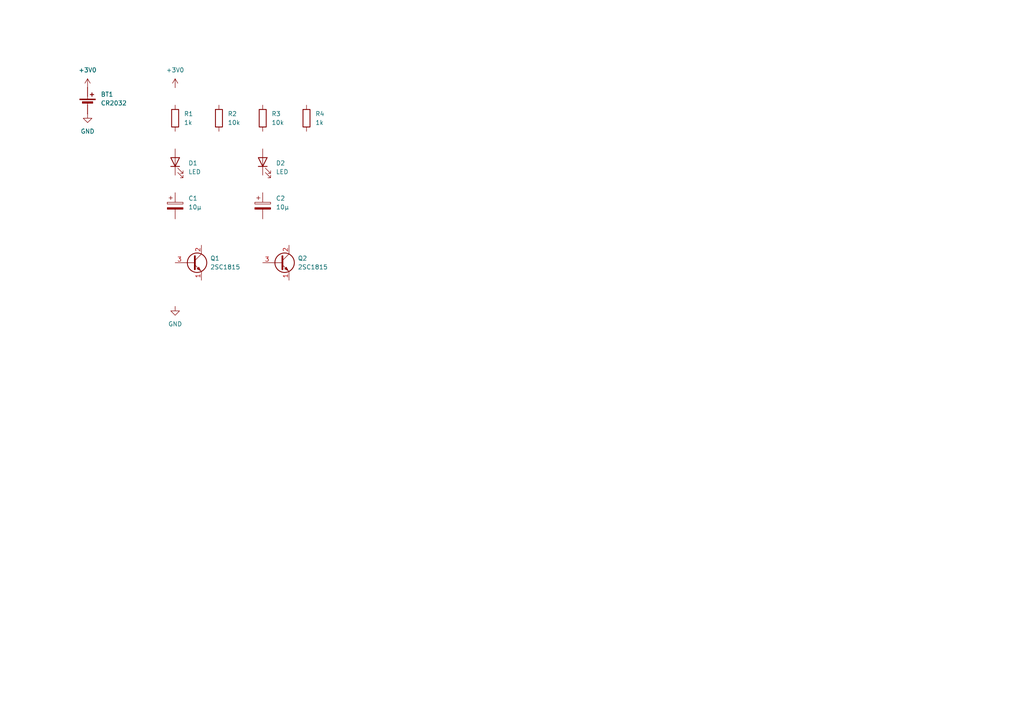
<source format=kicad_sch>
(kicad_sch
	(version 20250114)
	(generator "eeschema")
	(generator_version "9.0")
	(uuid "c8f4493d-6186-4145-b64f-03fce8362078")
	(paper "A4")
	(lib_symbols
		(symbol "Device:Battery_Cell"
			(pin_numbers
				(hide yes)
			)
			(pin_names
				(offset 0)
				(hide yes)
			)
			(exclude_from_sim no)
			(in_bom yes)
			(on_board yes)
			(property "Reference" "BT"
				(at 2.54 2.54 0)
				(effects
					(font
						(size 1.27 1.27)
					)
					(justify left)
				)
			)
			(property "Value" "Battery_Cell"
				(at 2.54 0 0)
				(effects
					(font
						(size 1.27 1.27)
					)
					(justify left)
				)
			)
			(property "Footprint" ""
				(at 0 1.524 90)
				(effects
					(font
						(size 1.27 1.27)
					)
					(hide yes)
				)
			)
			(property "Datasheet" "~"
				(at 0 1.524 90)
				(effects
					(font
						(size 1.27 1.27)
					)
					(hide yes)
				)
			)
			(property "Description" "Single-cell battery"
				(at 0 0 0)
				(effects
					(font
						(size 1.27 1.27)
					)
					(hide yes)
				)
			)
			(property "ki_keywords" "battery cell"
				(at 0 0 0)
				(effects
					(font
						(size 1.27 1.27)
					)
					(hide yes)
				)
			)
			(symbol "Battery_Cell_0_1"
				(rectangle
					(start -2.286 1.778)
					(end 2.286 1.524)
					(stroke
						(width 0)
						(type default)
					)
					(fill
						(type outline)
					)
				)
				(rectangle
					(start -1.524 1.016)
					(end 1.524 0.508)
					(stroke
						(width 0)
						(type default)
					)
					(fill
						(type outline)
					)
				)
				(polyline
					(pts
						(xy 0 1.778) (xy 0 2.54)
					)
					(stroke
						(width 0)
						(type default)
					)
					(fill
						(type none)
					)
				)
				(polyline
					(pts
						(xy 0 0.762) (xy 0 0)
					)
					(stroke
						(width 0)
						(type default)
					)
					(fill
						(type none)
					)
				)
				(polyline
					(pts
						(xy 0.762 3.048) (xy 1.778 3.048)
					)
					(stroke
						(width 0.254)
						(type default)
					)
					(fill
						(type none)
					)
				)
				(polyline
					(pts
						(xy 1.27 3.556) (xy 1.27 2.54)
					)
					(stroke
						(width 0.254)
						(type default)
					)
					(fill
						(type none)
					)
				)
			)
			(symbol "Battery_Cell_1_1"
				(pin passive line
					(at 0 5.08 270)
					(length 2.54)
					(name "+"
						(effects
							(font
								(size 1.27 1.27)
							)
						)
					)
					(number "1"
						(effects
							(font
								(size 1.27 1.27)
							)
						)
					)
				)
				(pin passive line
					(at 0 -2.54 90)
					(length 2.54)
					(name "-"
						(effects
							(font
								(size 1.27 1.27)
							)
						)
					)
					(number "2"
						(effects
							(font
								(size 1.27 1.27)
							)
						)
					)
				)
			)
			(embedded_fonts no)
		)
		(symbol "Device:C_Polarized"
			(pin_numbers
				(hide yes)
			)
			(pin_names
				(offset 0.254)
			)
			(exclude_from_sim no)
			(in_bom yes)
			(on_board yes)
			(property "Reference" "C"
				(at 0.635 2.54 0)
				(effects
					(font
						(size 1.27 1.27)
					)
					(justify left)
				)
			)
			(property "Value" "C_Polarized"
				(at 0.635 -2.54 0)
				(effects
					(font
						(size 1.27 1.27)
					)
					(justify left)
				)
			)
			(property "Footprint" ""
				(at 0.9652 -3.81 0)
				(effects
					(font
						(size 1.27 1.27)
					)
					(hide yes)
				)
			)
			(property "Datasheet" "~"
				(at 0 0 0)
				(effects
					(font
						(size 1.27 1.27)
					)
					(hide yes)
				)
			)
			(property "Description" "Polarized capacitor"
				(at 0 0 0)
				(effects
					(font
						(size 1.27 1.27)
					)
					(hide yes)
				)
			)
			(property "ki_keywords" "cap capacitor"
				(at 0 0 0)
				(effects
					(font
						(size 1.27 1.27)
					)
					(hide yes)
				)
			)
			(property "ki_fp_filters" "CP_*"
				(at 0 0 0)
				(effects
					(font
						(size 1.27 1.27)
					)
					(hide yes)
				)
			)
			(symbol "C_Polarized_0_1"
				(rectangle
					(start -2.286 0.508)
					(end 2.286 1.016)
					(stroke
						(width 0)
						(type default)
					)
					(fill
						(type none)
					)
				)
				(polyline
					(pts
						(xy -1.778 2.286) (xy -0.762 2.286)
					)
					(stroke
						(width 0)
						(type default)
					)
					(fill
						(type none)
					)
				)
				(polyline
					(pts
						(xy -1.27 2.794) (xy -1.27 1.778)
					)
					(stroke
						(width 0)
						(type default)
					)
					(fill
						(type none)
					)
				)
				(rectangle
					(start 2.286 -0.508)
					(end -2.286 -1.016)
					(stroke
						(width 0)
						(type default)
					)
					(fill
						(type outline)
					)
				)
			)
			(symbol "C_Polarized_1_1"
				(pin passive line
					(at 0 3.81 270)
					(length 2.794)
					(name "~"
						(effects
							(font
								(size 1.27 1.27)
							)
						)
					)
					(number "1"
						(effects
							(font
								(size 1.27 1.27)
							)
						)
					)
				)
				(pin passive line
					(at 0 -3.81 90)
					(length 2.794)
					(name "~"
						(effects
							(font
								(size 1.27 1.27)
							)
						)
					)
					(number "2"
						(effects
							(font
								(size 1.27 1.27)
							)
						)
					)
				)
			)
			(embedded_fonts no)
		)
		(symbol "Device:LED"
			(pin_numbers
				(hide yes)
			)
			(pin_names
				(offset 1.016)
				(hide yes)
			)
			(exclude_from_sim no)
			(in_bom yes)
			(on_board yes)
			(property "Reference" "D"
				(at 0 2.54 0)
				(effects
					(font
						(size 1.27 1.27)
					)
				)
			)
			(property "Value" "LED"
				(at 0 -2.54 0)
				(effects
					(font
						(size 1.27 1.27)
					)
				)
			)
			(property "Footprint" ""
				(at 0 0 0)
				(effects
					(font
						(size 1.27 1.27)
					)
					(hide yes)
				)
			)
			(property "Datasheet" "~"
				(at 0 0 0)
				(effects
					(font
						(size 1.27 1.27)
					)
					(hide yes)
				)
			)
			(property "Description" "Light emitting diode"
				(at 0 0 0)
				(effects
					(font
						(size 1.27 1.27)
					)
					(hide yes)
				)
			)
			(property "Sim.Pins" "1=K 2=A"
				(at 0 0 0)
				(effects
					(font
						(size 1.27 1.27)
					)
					(hide yes)
				)
			)
			(property "ki_keywords" "LED diode"
				(at 0 0 0)
				(effects
					(font
						(size 1.27 1.27)
					)
					(hide yes)
				)
			)
			(property "ki_fp_filters" "LED* LED_SMD:* LED_THT:*"
				(at 0 0 0)
				(effects
					(font
						(size 1.27 1.27)
					)
					(hide yes)
				)
			)
			(symbol "LED_0_1"
				(polyline
					(pts
						(xy -3.048 -0.762) (xy -4.572 -2.286) (xy -3.81 -2.286) (xy -4.572 -2.286) (xy -4.572 -1.524)
					)
					(stroke
						(width 0)
						(type default)
					)
					(fill
						(type none)
					)
				)
				(polyline
					(pts
						(xy -1.778 -0.762) (xy -3.302 -2.286) (xy -2.54 -2.286) (xy -3.302 -2.286) (xy -3.302 -1.524)
					)
					(stroke
						(width 0)
						(type default)
					)
					(fill
						(type none)
					)
				)
				(polyline
					(pts
						(xy -1.27 0) (xy 1.27 0)
					)
					(stroke
						(width 0)
						(type default)
					)
					(fill
						(type none)
					)
				)
				(polyline
					(pts
						(xy -1.27 -1.27) (xy -1.27 1.27)
					)
					(stroke
						(width 0.254)
						(type default)
					)
					(fill
						(type none)
					)
				)
				(polyline
					(pts
						(xy 1.27 -1.27) (xy 1.27 1.27) (xy -1.27 0) (xy 1.27 -1.27)
					)
					(stroke
						(width 0.254)
						(type default)
					)
					(fill
						(type none)
					)
				)
			)
			(symbol "LED_1_1"
				(pin passive line
					(at -3.81 0 0)
					(length 2.54)
					(name "K"
						(effects
							(font
								(size 1.27 1.27)
							)
						)
					)
					(number "1"
						(effects
							(font
								(size 1.27 1.27)
							)
						)
					)
				)
				(pin passive line
					(at 3.81 0 180)
					(length 2.54)
					(name "A"
						(effects
							(font
								(size 1.27 1.27)
							)
						)
					)
					(number "2"
						(effects
							(font
								(size 1.27 1.27)
							)
						)
					)
				)
			)
			(embedded_fonts no)
		)
		(symbol "Device:R"
			(pin_numbers
				(hide yes)
			)
			(pin_names
				(offset 0)
			)
			(exclude_from_sim no)
			(in_bom yes)
			(on_board yes)
			(property "Reference" "R"
				(at 2.032 0 90)
				(effects
					(font
						(size 1.27 1.27)
					)
				)
			)
			(property "Value" "R"
				(at 0 0 90)
				(effects
					(font
						(size 1.27 1.27)
					)
				)
			)
			(property "Footprint" ""
				(at -1.778 0 90)
				(effects
					(font
						(size 1.27 1.27)
					)
					(hide yes)
				)
			)
			(property "Datasheet" "~"
				(at 0 0 0)
				(effects
					(font
						(size 1.27 1.27)
					)
					(hide yes)
				)
			)
			(property "Description" "Resistor"
				(at 0 0 0)
				(effects
					(font
						(size 1.27 1.27)
					)
					(hide yes)
				)
			)
			(property "ki_keywords" "R res resistor"
				(at 0 0 0)
				(effects
					(font
						(size 1.27 1.27)
					)
					(hide yes)
				)
			)
			(property "ki_fp_filters" "R_*"
				(at 0 0 0)
				(effects
					(font
						(size 1.27 1.27)
					)
					(hide yes)
				)
			)
			(symbol "R_0_1"
				(rectangle
					(start -1.016 -2.54)
					(end 1.016 2.54)
					(stroke
						(width 0.254)
						(type default)
					)
					(fill
						(type none)
					)
				)
			)
			(symbol "R_1_1"
				(pin passive line
					(at 0 3.81 270)
					(length 1.27)
					(name "~"
						(effects
							(font
								(size 1.27 1.27)
							)
						)
					)
					(number "1"
						(effects
							(font
								(size 1.27 1.27)
							)
						)
					)
				)
				(pin passive line
					(at 0 -3.81 90)
					(length 1.27)
					(name "~"
						(effects
							(font
								(size 1.27 1.27)
							)
						)
					)
					(number "2"
						(effects
							(font
								(size 1.27 1.27)
							)
						)
					)
				)
			)
			(embedded_fonts no)
		)
		(symbol "Transistor_BJT:2SC1815"
			(pin_names
				(offset 0)
				(hide yes)
			)
			(exclude_from_sim no)
			(in_bom yes)
			(on_board yes)
			(property "Reference" "Q"
				(at 5.08 1.905 0)
				(effects
					(font
						(size 1.27 1.27)
					)
					(justify left)
				)
			)
			(property "Value" "2SC1815"
				(at 5.08 0 0)
				(effects
					(font
						(size 1.27 1.27)
					)
					(justify left)
				)
			)
			(property "Footprint" "Package_TO_SOT_THT:TO-92_Inline"
				(at 5.08 -1.905 0)
				(effects
					(font
						(size 1.27 1.27)
						(italic yes)
					)
					(justify left)
					(hide yes)
				)
			)
			(property "Datasheet" "https://media.digikey.com/pdf/Data%20Sheets/Toshiba%20PDFs/2SC1815.pdf"
				(at 0 0 0)
				(effects
					(font
						(size 1.27 1.27)
					)
					(justify left)
					(hide yes)
				)
			)
			(property "Description" "0.15A Ic, 50V Vce, Low Noise Audio NPN Transistor, TO-92"
				(at 0 0 0)
				(effects
					(font
						(size 1.27 1.27)
					)
					(hide yes)
				)
			)
			(property "ki_keywords" "Low Noise Audio NPN Transistor"
				(at 0 0 0)
				(effects
					(font
						(size 1.27 1.27)
					)
					(hide yes)
				)
			)
			(property "ki_fp_filters" "TO?92*"
				(at 0 0 0)
				(effects
					(font
						(size 1.27 1.27)
					)
					(hide yes)
				)
			)
			(symbol "2SC1815_0_1"
				(polyline
					(pts
						(xy -2.54 0) (xy 0.635 0)
					)
					(stroke
						(width 0)
						(type default)
					)
					(fill
						(type none)
					)
				)
				(polyline
					(pts
						(xy 0.635 1.905) (xy 0.635 -1.905)
					)
					(stroke
						(width 0.508)
						(type default)
					)
					(fill
						(type none)
					)
				)
				(circle
					(center 1.27 0)
					(radius 2.8194)
					(stroke
						(width 0.254)
						(type default)
					)
					(fill
						(type none)
					)
				)
			)
			(symbol "2SC1815_1_1"
				(polyline
					(pts
						(xy 0.635 0.635) (xy 2.54 2.54)
					)
					(stroke
						(width 0)
						(type default)
					)
					(fill
						(type none)
					)
				)
				(polyline
					(pts
						(xy 0.635 -0.635) (xy 2.54 -2.54)
					)
					(stroke
						(width 0)
						(type default)
					)
					(fill
						(type none)
					)
				)
				(polyline
					(pts
						(xy 1.27 -1.778) (xy 1.778 -1.27) (xy 2.286 -2.286) (xy 1.27 -1.778)
					)
					(stroke
						(width 0)
						(type default)
					)
					(fill
						(type outline)
					)
				)
				(pin input line
					(at -5.08 0 0)
					(length 2.54)
					(name "B"
						(effects
							(font
								(size 1.27 1.27)
							)
						)
					)
					(number "3"
						(effects
							(font
								(size 1.27 1.27)
							)
						)
					)
				)
				(pin passive line
					(at 2.54 5.08 270)
					(length 2.54)
					(name "C"
						(effects
							(font
								(size 1.27 1.27)
							)
						)
					)
					(number "2"
						(effects
							(font
								(size 1.27 1.27)
							)
						)
					)
				)
				(pin passive line
					(at 2.54 -5.08 90)
					(length 2.54)
					(name "E"
						(effects
							(font
								(size 1.27 1.27)
							)
						)
					)
					(number "1"
						(effects
							(font
								(size 1.27 1.27)
							)
						)
					)
				)
			)
			(embedded_fonts no)
		)
		(symbol "power:+3V0"
			(power)
			(pin_numbers
				(hide yes)
			)
			(pin_names
				(offset 0)
				(hide yes)
			)
			(exclude_from_sim no)
			(in_bom yes)
			(on_board yes)
			(property "Reference" "#PWR"
				(at 0 -3.81 0)
				(effects
					(font
						(size 1.27 1.27)
					)
					(hide yes)
				)
			)
			(property "Value" "+3V0"
				(at 0 3.556 0)
				(effects
					(font
						(size 1.27 1.27)
					)
				)
			)
			(property "Footprint" ""
				(at 0 0 0)
				(effects
					(font
						(size 1.27 1.27)
					)
					(hide yes)
				)
			)
			(property "Datasheet" ""
				(at 0 0 0)
				(effects
					(font
						(size 1.27 1.27)
					)
					(hide yes)
				)
			)
			(property "Description" "Power symbol creates a global label with name \"+3V0\""
				(at 0 0 0)
				(effects
					(font
						(size 1.27 1.27)
					)
					(hide yes)
				)
			)
			(property "ki_keywords" "global power"
				(at 0 0 0)
				(effects
					(font
						(size 1.27 1.27)
					)
					(hide yes)
				)
			)
			(symbol "+3V0_0_1"
				(polyline
					(pts
						(xy -0.762 1.27) (xy 0 2.54)
					)
					(stroke
						(width 0)
						(type default)
					)
					(fill
						(type none)
					)
				)
				(polyline
					(pts
						(xy 0 2.54) (xy 0.762 1.27)
					)
					(stroke
						(width 0)
						(type default)
					)
					(fill
						(type none)
					)
				)
				(polyline
					(pts
						(xy 0 0) (xy 0 2.54)
					)
					(stroke
						(width 0)
						(type default)
					)
					(fill
						(type none)
					)
				)
			)
			(symbol "+3V0_1_1"
				(pin power_in line
					(at 0 0 90)
					(length 0)
					(name "~"
						(effects
							(font
								(size 1.27 1.27)
							)
						)
					)
					(number "1"
						(effects
							(font
								(size 1.27 1.27)
							)
						)
					)
				)
			)
			(embedded_fonts no)
		)
		(symbol "power:GND"
			(power)
			(pin_numbers
				(hide yes)
			)
			(pin_names
				(offset 0)
				(hide yes)
			)
			(exclude_from_sim no)
			(in_bom yes)
			(on_board yes)
			(property "Reference" "#PWR"
				(at 0 -6.35 0)
				(effects
					(font
						(size 1.27 1.27)
					)
					(hide yes)
				)
			)
			(property "Value" "GND"
				(at 0 -3.81 0)
				(effects
					(font
						(size 1.27 1.27)
					)
				)
			)
			(property "Footprint" ""
				(at 0 0 0)
				(effects
					(font
						(size 1.27 1.27)
					)
					(hide yes)
				)
			)
			(property "Datasheet" ""
				(at 0 0 0)
				(effects
					(font
						(size 1.27 1.27)
					)
					(hide yes)
				)
			)
			(property "Description" "Power symbol creates a global label with name \"GND\" , ground"
				(at 0 0 0)
				(effects
					(font
						(size 1.27 1.27)
					)
					(hide yes)
				)
			)
			(property "ki_keywords" "global power"
				(at 0 0 0)
				(effects
					(font
						(size 1.27 1.27)
					)
					(hide yes)
				)
			)
			(symbol "GND_0_1"
				(polyline
					(pts
						(xy 0 0) (xy 0 -1.27) (xy 1.27 -1.27) (xy 0 -2.54) (xy -1.27 -1.27) (xy 0 -1.27)
					)
					(stroke
						(width 0)
						(type default)
					)
					(fill
						(type none)
					)
				)
			)
			(symbol "GND_1_1"
				(pin power_in line
					(at 0 0 270)
					(length 0)
					(name "~"
						(effects
							(font
								(size 1.27 1.27)
							)
						)
					)
					(number "1"
						(effects
							(font
								(size 1.27 1.27)
							)
						)
					)
				)
			)
			(embedded_fonts no)
		)
	)
	(symbol
		(lib_id "power:GND")
		(at 25.4 33.02 0)
		(unit 1)
		(exclude_from_sim no)
		(in_bom yes)
		(on_board yes)
		(dnp no)
		(fields_autoplaced yes)
		(uuid "0a71fd40-e7ba-48c7-a576-9712c27727ed")
		(property "Reference" "#PWR02"
			(at 25.4 39.37 0)
			(effects
				(font
					(size 1.27 1.27)
				)
				(hide yes)
			)
		)
		(property "Value" "GND"
			(at 25.4 38.1 0)
			(effects
				(font
					(size 1.27 1.27)
				)
			)
		)
		(property "Footprint" ""
			(at 25.4 33.02 0)
			(effects
				(font
					(size 1.27 1.27)
				)
				(hide yes)
			)
		)
		(property "Datasheet" ""
			(at 25.4 33.02 0)
			(effects
				(font
					(size 1.27 1.27)
				)
				(hide yes)
			)
		)
		(property "Description" "Power symbol creates a global label with name \"GND\" , ground"
			(at 25.4 33.02 0)
			(effects
				(font
					(size 1.27 1.27)
				)
				(hide yes)
			)
		)
		(pin "1"
			(uuid "831644d0-25d2-4f0a-9f6a-1c73a5457658")
		)
		(instances
			(project ""
				(path "/c8f4493d-6186-4145-b64f-03fce8362078"
					(reference "#PWR02")
					(unit 1)
				)
			)
		)
	)
	(symbol
		(lib_id "Device:LED")
		(at 76.2 46.99 90)
		(unit 1)
		(exclude_from_sim no)
		(in_bom yes)
		(on_board yes)
		(dnp no)
		(fields_autoplaced yes)
		(uuid "0f496c82-f112-44bc-8c93-f846c251fede")
		(property "Reference" "D2"
			(at 80.01 47.3074 90)
			(effects
				(font
					(size 1.27 1.27)
				)
				(justify right)
			)
		)
		(property "Value" "LED"
			(at 80.01 49.8474 90)
			(effects
				(font
					(size 1.27 1.27)
				)
				(justify right)
			)
		)
		(property "Footprint" ""
			(at 76.2 46.99 0)
			(effects
				(font
					(size 1.27 1.27)
				)
				(hide yes)
			)
		)
		(property "Datasheet" "~"
			(at 76.2 46.99 0)
			(effects
				(font
					(size 1.27 1.27)
				)
				(hide yes)
			)
		)
		(property "Description" "Light emitting diode"
			(at 76.2 46.99 0)
			(effects
				(font
					(size 1.27 1.27)
				)
				(hide yes)
			)
		)
		(property "Sim.Pins" "1=K 2=A"
			(at 76.2 46.99 0)
			(effects
				(font
					(size 1.27 1.27)
				)
				(hide yes)
			)
		)
		(pin "2"
			(uuid "4ab365cf-c106-4be8-9c16-ad5fd65af0de")
		)
		(pin "1"
			(uuid "b8ca2514-8e6e-4764-8ae4-e3623caf0545")
		)
		(instances
			(project "PCB_AstMul"
				(path "/c8f4493d-6186-4145-b64f-03fce8362078"
					(reference "D2")
					(unit 1)
				)
			)
		)
	)
	(symbol
		(lib_id "Device:R")
		(at 63.5 34.29 0)
		(unit 1)
		(exclude_from_sim no)
		(in_bom yes)
		(on_board yes)
		(dnp no)
		(fields_autoplaced yes)
		(uuid "12b191a7-82d1-446e-b0ad-41efc854dbd3")
		(property "Reference" "R2"
			(at 66.04 33.0199 0)
			(effects
				(font
					(size 1.27 1.27)
				)
				(justify left)
			)
		)
		(property "Value" "10k"
			(at 66.04 35.5599 0)
			(effects
				(font
					(size 1.27 1.27)
				)
				(justify left)
			)
		)
		(property "Footprint" ""
			(at 61.722 34.29 90)
			(effects
				(font
					(size 1.27 1.27)
				)
				(hide yes)
			)
		)
		(property "Datasheet" "~"
			(at 63.5 34.29 0)
			(effects
				(font
					(size 1.27 1.27)
				)
				(hide yes)
			)
		)
		(property "Description" "Resistor"
			(at 63.5 34.29 0)
			(effects
				(font
					(size 1.27 1.27)
				)
				(hide yes)
			)
		)
		(pin "1"
			(uuid "b752e00b-8ca0-4706-8678-03b70398a4c6")
		)
		(pin "2"
			(uuid "13909983-9ab9-4ab1-af46-9406a6476e15")
		)
		(instances
			(project ""
				(path "/c8f4493d-6186-4145-b64f-03fce8362078"
					(reference "R2")
					(unit 1)
				)
			)
		)
	)
	(symbol
		(lib_id "power:+3V0")
		(at 25.4 25.4 0)
		(unit 1)
		(exclude_from_sim no)
		(in_bom yes)
		(on_board yes)
		(dnp no)
		(fields_autoplaced yes)
		(uuid "44857223-00c9-47c4-8be0-ee56612419f0")
		(property "Reference" "#PWR01"
			(at 25.4 29.21 0)
			(effects
				(font
					(size 1.27 1.27)
				)
				(hide yes)
			)
		)
		(property "Value" "+3V0"
			(at 25.4 20.32 0)
			(effects
				(font
					(size 1.27 1.27)
				)
			)
		)
		(property "Footprint" ""
			(at 25.4 25.4 0)
			(effects
				(font
					(size 1.27 1.27)
				)
				(hide yes)
			)
		)
		(property "Datasheet" ""
			(at 25.4 25.4 0)
			(effects
				(font
					(size 1.27 1.27)
				)
				(hide yes)
			)
		)
		(property "Description" "Power symbol creates a global label with name \"+3V0\""
			(at 25.4 25.4 0)
			(effects
				(font
					(size 1.27 1.27)
				)
				(hide yes)
			)
		)
		(pin "1"
			(uuid "1fa3f5c4-0017-4d48-996a-67f852fe68bf")
		)
		(instances
			(project ""
				(path "/c8f4493d-6186-4145-b64f-03fce8362078"
					(reference "#PWR01")
					(unit 1)
				)
			)
		)
	)
	(symbol
		(lib_id "Transistor_BJT:2SC1815")
		(at 81.28 76.2 0)
		(unit 1)
		(exclude_from_sim no)
		(in_bom yes)
		(on_board yes)
		(dnp no)
		(fields_autoplaced yes)
		(uuid "4e54f0f8-aa5b-43a6-a769-673fc4bdf160")
		(property "Reference" "Q2"
			(at 86.36 74.9299 0)
			(effects
				(font
					(size 1.27 1.27)
				)
				(justify left)
			)
		)
		(property "Value" "2SC1815"
			(at 86.36 77.4699 0)
			(effects
				(font
					(size 1.27 1.27)
				)
				(justify left)
			)
		)
		(property "Footprint" "Package_TO_SOT_THT:TO-92_Inline"
			(at 86.36 78.105 0)
			(effects
				(font
					(size 1.27 1.27)
					(italic yes)
				)
				(justify left)
				(hide yes)
			)
		)
		(property "Datasheet" "https://media.digikey.com/pdf/Data%20Sheets/Toshiba%20PDFs/2SC1815.pdf"
			(at 81.28 76.2 0)
			(effects
				(font
					(size 1.27 1.27)
				)
				(justify left)
				(hide yes)
			)
		)
		(property "Description" "0.15A Ic, 50V Vce, Low Noise Audio NPN Transistor, TO-92"
			(at 81.28 76.2 0)
			(effects
				(font
					(size 1.27 1.27)
				)
				(hide yes)
			)
		)
		(pin "1"
			(uuid "c6faef6c-7314-48c7-9631-0b1de370f7f8")
		)
		(pin "3"
			(uuid "885bc8e1-1f22-4c53-95b8-604a500949b5")
		)
		(pin "2"
			(uuid "fb3d8bc7-fe18-43ca-b517-654b99fadeb6")
		)
		(instances
			(project ""
				(path "/c8f4493d-6186-4145-b64f-03fce8362078"
					(reference "Q2")
					(unit 1)
				)
			)
		)
	)
	(symbol
		(lib_id "Device:Battery_Cell")
		(at 25.4 30.48 0)
		(unit 1)
		(exclude_from_sim no)
		(in_bom yes)
		(on_board yes)
		(dnp no)
		(fields_autoplaced yes)
		(uuid "9118f270-3921-4a42-b340-6378b3a77c57")
		(property "Reference" "BT1"
			(at 29.21 27.3684 0)
			(effects
				(font
					(size 1.27 1.27)
				)
				(justify left)
			)
		)
		(property "Value" "CR2032"
			(at 29.21 29.9084 0)
			(effects
				(font
					(size 1.27 1.27)
				)
				(justify left)
			)
		)
		(property "Footprint" ""
			(at 25.4 28.956 90)
			(effects
				(font
					(size 1.27 1.27)
				)
				(hide yes)
			)
		)
		(property "Datasheet" "~"
			(at 25.4 28.956 90)
			(effects
				(font
					(size 1.27 1.27)
				)
				(hide yes)
			)
		)
		(property "Description" "Single-cell battery"
			(at 25.4 30.48 0)
			(effects
				(font
					(size 1.27 1.27)
				)
				(hide yes)
			)
		)
		(pin "2"
			(uuid "8e67c615-0733-4acb-8d6c-1435445c02f8")
		)
		(pin "1"
			(uuid "c24c1b87-cb39-46c6-9541-b90ddcc5dea5")
		)
		(instances
			(project ""
				(path "/c8f4493d-6186-4145-b64f-03fce8362078"
					(reference "BT1")
					(unit 1)
				)
			)
		)
	)
	(symbol
		(lib_id "power:GND")
		(at 50.8 88.9 0)
		(unit 1)
		(exclude_from_sim no)
		(in_bom yes)
		(on_board yes)
		(dnp no)
		(fields_autoplaced yes)
		(uuid "95948e48-cf04-4d73-b691-6ff971e4e150")
		(property "Reference" "#PWR04"
			(at 50.8 95.25 0)
			(effects
				(font
					(size 1.27 1.27)
				)
				(hide yes)
			)
		)
		(property "Value" "GND"
			(at 50.8 93.98 0)
			(effects
				(font
					(size 1.27 1.27)
				)
			)
		)
		(property "Footprint" ""
			(at 50.8 88.9 0)
			(effects
				(font
					(size 1.27 1.27)
				)
				(hide yes)
			)
		)
		(property "Datasheet" ""
			(at 50.8 88.9 0)
			(effects
				(font
					(size 1.27 1.27)
				)
				(hide yes)
			)
		)
		(property "Description" "Power symbol creates a global label with name \"GND\" , ground"
			(at 50.8 88.9 0)
			(effects
				(font
					(size 1.27 1.27)
				)
				(hide yes)
			)
		)
		(pin "1"
			(uuid "6f7e34e8-1876-40e5-aef7-7dac44ac53c6")
		)
		(instances
			(project ""
				(path "/c8f4493d-6186-4145-b64f-03fce8362078"
					(reference "#PWR04")
					(unit 1)
				)
			)
		)
	)
	(symbol
		(lib_id "Device:C_Polarized")
		(at 76.2 59.69 0)
		(unit 1)
		(exclude_from_sim no)
		(in_bom yes)
		(on_board yes)
		(dnp no)
		(fields_autoplaced yes)
		(uuid "b6001719-a7f5-4da7-8b69-5bd23235cddd")
		(property "Reference" "C2"
			(at 80.01 57.5309 0)
			(effects
				(font
					(size 1.27 1.27)
				)
				(justify left)
			)
		)
		(property "Value" "10μ"
			(at 80.01 60.0709 0)
			(effects
				(font
					(size 1.27 1.27)
				)
				(justify left)
			)
		)
		(property "Footprint" ""
			(at 77.1652 63.5 0)
			(effects
				(font
					(size 1.27 1.27)
				)
				(hide yes)
			)
		)
		(property "Datasheet" "~"
			(at 76.2 59.69 0)
			(effects
				(font
					(size 1.27 1.27)
				)
				(hide yes)
			)
		)
		(property "Description" "Polarized capacitor"
			(at 76.2 59.69 0)
			(effects
				(font
					(size 1.27 1.27)
				)
				(hide yes)
			)
		)
		(pin "1"
			(uuid "40433a4a-767d-40a7-9514-585727c01ed1")
		)
		(pin "2"
			(uuid "728be9ae-1368-424c-a036-9d9755ff14b2")
		)
		(instances
			(project ""
				(path "/c8f4493d-6186-4145-b64f-03fce8362078"
					(reference "C2")
					(unit 1)
				)
			)
		)
	)
	(symbol
		(lib_id "Device:R")
		(at 88.9 34.29 0)
		(unit 1)
		(exclude_from_sim no)
		(in_bom yes)
		(on_board yes)
		(dnp no)
		(fields_autoplaced yes)
		(uuid "c59d162e-70c6-451e-b690-b1dc022fc294")
		(property "Reference" "R4"
			(at 91.44 33.0199 0)
			(effects
				(font
					(size 1.27 1.27)
				)
				(justify left)
			)
		)
		(property "Value" "1k"
			(at 91.44 35.5599 0)
			(effects
				(font
					(size 1.27 1.27)
				)
				(justify left)
			)
		)
		(property "Footprint" ""
			(at 87.122 34.29 90)
			(effects
				(font
					(size 1.27 1.27)
				)
				(hide yes)
			)
		)
		(property "Datasheet" "~"
			(at 88.9 34.29 0)
			(effects
				(font
					(size 1.27 1.27)
				)
				(hide yes)
			)
		)
		(property "Description" "Resistor"
			(at 88.9 34.29 0)
			(effects
				(font
					(size 1.27 1.27)
				)
				(hide yes)
			)
		)
		(pin "2"
			(uuid "636416e0-c474-446c-adb6-88bd0637badd")
		)
		(pin "1"
			(uuid "25f8b2aa-5711-4807-a835-73eb98df0edb")
		)
		(instances
			(project ""
				(path "/c8f4493d-6186-4145-b64f-03fce8362078"
					(reference "R4")
					(unit 1)
				)
			)
		)
	)
	(symbol
		(lib_id "Device:LED")
		(at 50.8 46.99 90)
		(unit 1)
		(exclude_from_sim no)
		(in_bom yes)
		(on_board yes)
		(dnp no)
		(fields_autoplaced yes)
		(uuid "ca3e9301-2309-4238-b5e8-b74c8885391e")
		(property "Reference" "D1"
			(at 54.61 47.3074 90)
			(effects
				(font
					(size 1.27 1.27)
				)
				(justify right)
			)
		)
		(property "Value" "LED"
			(at 54.61 49.8474 90)
			(effects
				(font
					(size 1.27 1.27)
				)
				(justify right)
			)
		)
		(property "Footprint" ""
			(at 50.8 46.99 0)
			(effects
				(font
					(size 1.27 1.27)
				)
				(hide yes)
			)
		)
		(property "Datasheet" "~"
			(at 50.8 46.99 0)
			(effects
				(font
					(size 1.27 1.27)
				)
				(hide yes)
			)
		)
		(property "Description" "Light emitting diode"
			(at 50.8 46.99 0)
			(effects
				(font
					(size 1.27 1.27)
				)
				(hide yes)
			)
		)
		(property "Sim.Pins" "1=K 2=A"
			(at 50.8 46.99 0)
			(effects
				(font
					(size 1.27 1.27)
				)
				(hide yes)
			)
		)
		(pin "2"
			(uuid "e9fc20ee-d941-4925-a281-6f6659915b70")
		)
		(pin "1"
			(uuid "795ac71f-6dd3-4b18-9385-e8118f7d464d")
		)
		(instances
			(project ""
				(path "/c8f4493d-6186-4145-b64f-03fce8362078"
					(reference "D1")
					(unit 1)
				)
			)
		)
	)
	(symbol
		(lib_id "power:+3V0")
		(at 50.8 25.4 0)
		(unit 1)
		(exclude_from_sim no)
		(in_bom yes)
		(on_board yes)
		(dnp no)
		(fields_autoplaced yes)
		(uuid "d08cf53c-af5d-430b-81f3-5729be24c3d1")
		(property "Reference" "#PWR03"
			(at 50.8 29.21 0)
			(effects
				(font
					(size 1.27 1.27)
				)
				(hide yes)
			)
		)
		(property "Value" "+3V0"
			(at 50.8 20.32 0)
			(effects
				(font
					(size 1.27 1.27)
				)
			)
		)
		(property "Footprint" ""
			(at 50.8 25.4 0)
			(effects
				(font
					(size 1.27 1.27)
				)
				(hide yes)
			)
		)
		(property "Datasheet" ""
			(at 50.8 25.4 0)
			(effects
				(font
					(size 1.27 1.27)
				)
				(hide yes)
			)
		)
		(property "Description" "Power symbol creates a global label with name \"+3V0\""
			(at 50.8 25.4 0)
			(effects
				(font
					(size 1.27 1.27)
				)
				(hide yes)
			)
		)
		(pin "1"
			(uuid "9e3af6d1-7a9e-43f4-bedc-5ea0713be664")
		)
		(instances
			(project ""
				(path "/c8f4493d-6186-4145-b64f-03fce8362078"
					(reference "#PWR03")
					(unit 1)
				)
			)
		)
	)
	(symbol
		(lib_id "Device:R")
		(at 76.2 34.29 0)
		(unit 1)
		(exclude_from_sim no)
		(in_bom yes)
		(on_board yes)
		(dnp no)
		(fields_autoplaced yes)
		(uuid "d360008b-e653-4a34-bea9-9d54f50053f8")
		(property "Reference" "R3"
			(at 78.74 33.0199 0)
			(effects
				(font
					(size 1.27 1.27)
				)
				(justify left)
			)
		)
		(property "Value" "10k"
			(at 78.74 35.5599 0)
			(effects
				(font
					(size 1.27 1.27)
				)
				(justify left)
			)
		)
		(property "Footprint" ""
			(at 74.422 34.29 90)
			(effects
				(font
					(size 1.27 1.27)
				)
				(hide yes)
			)
		)
		(property "Datasheet" "~"
			(at 76.2 34.29 0)
			(effects
				(font
					(size 1.27 1.27)
				)
				(hide yes)
			)
		)
		(property "Description" "Resistor"
			(at 76.2 34.29 0)
			(effects
				(font
					(size 1.27 1.27)
				)
				(hide yes)
			)
		)
		(pin "2"
			(uuid "2dbffbc4-6c20-463f-8855-93ce56c8c859")
		)
		(pin "1"
			(uuid "050dad2e-3247-4fb0-9cdc-fe265fb3563b")
		)
		(instances
			(project ""
				(path "/c8f4493d-6186-4145-b64f-03fce8362078"
					(reference "R3")
					(unit 1)
				)
			)
		)
	)
	(symbol
		(lib_id "Device:C_Polarized")
		(at 50.8 59.69 0)
		(unit 1)
		(exclude_from_sim no)
		(in_bom yes)
		(on_board yes)
		(dnp no)
		(fields_autoplaced yes)
		(uuid "d3967f4f-7041-4327-9378-fe8fedaf35aa")
		(property "Reference" "C1"
			(at 54.61 57.5309 0)
			(effects
				(font
					(size 1.27 1.27)
				)
				(justify left)
			)
		)
		(property "Value" "10μ"
			(at 54.61 60.0709 0)
			(effects
				(font
					(size 1.27 1.27)
				)
				(justify left)
			)
		)
		(property "Footprint" ""
			(at 51.7652 63.5 0)
			(effects
				(font
					(size 1.27 1.27)
				)
				(hide yes)
			)
		)
		(property "Datasheet" "~"
			(at 50.8 59.69 0)
			(effects
				(font
					(size 1.27 1.27)
				)
				(hide yes)
			)
		)
		(property "Description" "Polarized capacitor"
			(at 50.8 59.69 0)
			(effects
				(font
					(size 1.27 1.27)
				)
				(hide yes)
			)
		)
		(pin "1"
			(uuid "6de73dbf-de1f-482d-9f01-27a370a2508a")
		)
		(pin "2"
			(uuid "d21f9be5-6aeb-428f-b7a6-69d61823cad1")
		)
		(instances
			(project ""
				(path "/c8f4493d-6186-4145-b64f-03fce8362078"
					(reference "C1")
					(unit 1)
				)
			)
		)
	)
	(symbol
		(lib_id "Device:R")
		(at 50.8 34.29 0)
		(unit 1)
		(exclude_from_sim no)
		(in_bom yes)
		(on_board yes)
		(dnp no)
		(fields_autoplaced yes)
		(uuid "d7e7fe1f-e86e-4318-941f-5d947fde7da8")
		(property "Reference" "R1"
			(at 53.34 33.0199 0)
			(effects
				(font
					(size 1.27 1.27)
				)
				(justify left)
			)
		)
		(property "Value" "1k"
			(at 53.34 35.5599 0)
			(effects
				(font
					(size 1.27 1.27)
				)
				(justify left)
			)
		)
		(property "Footprint" ""
			(at 49.022 34.29 90)
			(effects
				(font
					(size 1.27 1.27)
				)
				(hide yes)
			)
		)
		(property "Datasheet" "~"
			(at 50.8 34.29 0)
			(effects
				(font
					(size 1.27 1.27)
				)
				(hide yes)
			)
		)
		(property "Description" "Resistor"
			(at 50.8 34.29 0)
			(effects
				(font
					(size 1.27 1.27)
				)
				(hide yes)
			)
		)
		(pin "2"
			(uuid "4028bd9f-b5ac-4aa2-8c40-2bedebf4c2b4")
		)
		(pin "1"
			(uuid "daa7ac79-9d0f-4087-aa6c-4ee64d657498")
		)
		(instances
			(project ""
				(path "/c8f4493d-6186-4145-b64f-03fce8362078"
					(reference "R1")
					(unit 1)
				)
			)
		)
	)
	(symbol
		(lib_id "Transistor_BJT:2SC1815")
		(at 55.88 76.2 0)
		(unit 1)
		(exclude_from_sim no)
		(in_bom yes)
		(on_board yes)
		(dnp no)
		(fields_autoplaced yes)
		(uuid "db354272-548f-4aa4-a87d-0a4cd419f91b")
		(property "Reference" "Q1"
			(at 60.96 74.9299 0)
			(effects
				(font
					(size 1.27 1.27)
				)
				(justify left)
			)
		)
		(property "Value" "2SC1815"
			(at 60.96 77.4699 0)
			(effects
				(font
					(size 1.27 1.27)
				)
				(justify left)
			)
		)
		(property "Footprint" "Package_TO_SOT_THT:TO-92_Inline"
			(at 60.96 78.105 0)
			(effects
				(font
					(size 1.27 1.27)
					(italic yes)
				)
				(justify left)
				(hide yes)
			)
		)
		(property "Datasheet" "https://media.digikey.com/pdf/Data%20Sheets/Toshiba%20PDFs/2SC1815.pdf"
			(at 55.88 76.2 0)
			(effects
				(font
					(size 1.27 1.27)
				)
				(justify left)
				(hide yes)
			)
		)
		(property "Description" "0.15A Ic, 50V Vce, Low Noise Audio NPN Transistor, TO-92"
			(at 55.88 76.2 0)
			(effects
				(font
					(size 1.27 1.27)
				)
				(hide yes)
			)
		)
		(pin "2"
			(uuid "79669ed7-868d-40d9-847f-6bff46aaebcf")
		)
		(pin "3"
			(uuid "d9360a09-717a-4f1b-8779-689b579f3139")
		)
		(pin "1"
			(uuid "3b4b11a9-a896-4e4d-9249-a3ab0174de70")
		)
		(instances
			(project ""
				(path "/c8f4493d-6186-4145-b64f-03fce8362078"
					(reference "Q1")
					(unit 1)
				)
			)
		)
	)
	(sheet_instances
		(path "/"
			(page "1")
		)
	)
	(embedded_fonts no)
)

</source>
